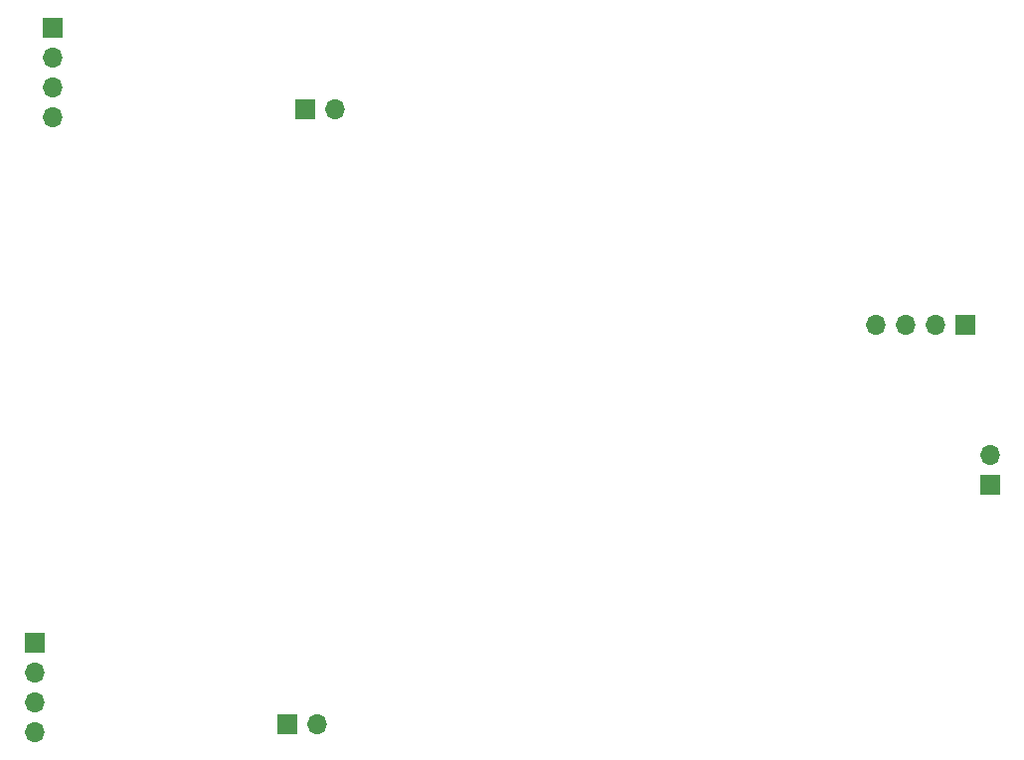
<source format=gbr>
%TF.GenerationSoftware,KiCad,Pcbnew,8.0.9-8.0.9-0~ubuntu22.04.1*%
%TF.CreationDate,2025-03-21T15:12:13+07:00*%
%TF.ProjectId,Rfid_PCB,52666964-5f50-4434-922e-6b696361645f,rev?*%
%TF.SameCoordinates,Original*%
%TF.FileFunction,Soldermask,Bot*%
%TF.FilePolarity,Negative*%
%FSLAX46Y46*%
G04 Gerber Fmt 4.6, Leading zero omitted, Abs format (unit mm)*
G04 Created by KiCad (PCBNEW 8.0.9-8.0.9-0~ubuntu22.04.1) date 2025-03-21 15:12:13*
%MOMM*%
%LPD*%
G01*
G04 APERTURE LIST*
%ADD10O,1.700000X1.700000*%
%ADD11R,1.700000X1.700000*%
G04 APERTURE END LIST*
D10*
%TO.C,REF\u002A\u002A*%
X159350000Y-132455000D03*
D11*
X159350000Y-134995000D03*
%TD*%
D10*
%TO.C,REF\u002A\u002A*%
X149620000Y-121340000D03*
X152160000Y-121340000D03*
X154700000Y-121340000D03*
D11*
X157240000Y-121340000D03*
%TD*%
%TO.C,*%
X157240000Y-121340000D03*
%TD*%
D10*
%TO.C,REF\u002A\u002A*%
X102015000Y-155370000D03*
D11*
X99475000Y-155370000D03*
%TD*%
D10*
%TO.C,REF\u002A\u002A*%
X77965000Y-156040000D03*
X77965000Y-153500000D03*
X77965000Y-150960000D03*
D11*
X77965000Y-148420000D03*
%TD*%
%TO.C,*%
X77965000Y-148420000D03*
%TD*%
%TO.C,REF\u002A\u002A*%
X101070000Y-102960000D03*
D10*
X103610000Y-102960000D03*
%TD*%
D11*
%TO.C,REF\u002A\u002A*%
X79560000Y-96010000D03*
D10*
X79560000Y-98550000D03*
X79560000Y-101090000D03*
X79560000Y-103630000D03*
%TD*%
M02*

</source>
